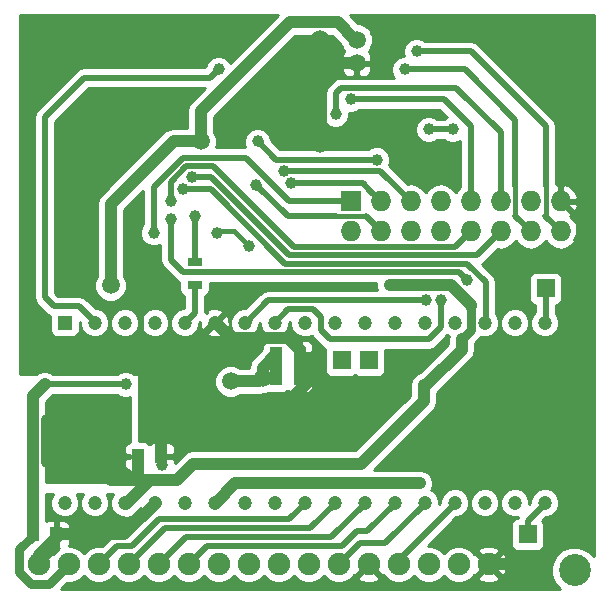
<source format=gbl>
G04 #@! TF.FileFunction,Copper,L2,Bot,Signal*
%FSLAX46Y46*%
G04 Gerber Fmt 4.6, Leading zero omitted, Abs format (unit mm)*
G04 Created by KiCad (PCBNEW 4.0.2+e4-6225~38~ubuntu14.04.1-stable) date Tue 24 May 2016 13:09:55 BST*
%MOMM*%
G01*
G04 APERTURE LIST*
%ADD10C,0.100000*%
%ADD11R,1.000000X1.250000*%
%ADD12R,1.524000X1.524000*%
%ADD13R,1.727200X1.727200*%
%ADD14O,1.727200X1.727200*%
%ADD15R,1.250000X1.000000*%
%ADD16R,1.300000X0.700000*%
%ADD17C,1.200000*%
%ADD18R,1.200000X1.200000*%
%ADD19C,1.900000*%
%ADD20C,2.700000*%
%ADD21C,1.000000*%
%ADD22C,1.024000*%
%ADD23C,1.500000*%
%ADD24C,1.024000*%
%ADD25C,0.762000*%
%ADD26C,0.508000*%
%ADD27C,0.381000*%
%ADD28C,0.254000*%
G04 APERTURE END LIST*
D10*
D11*
X104680000Y-139700000D03*
X106680000Y-139700000D03*
X104680000Y-141732000D03*
X106680000Y-141732000D03*
X92980000Y-148336000D03*
X94980000Y-148336000D03*
D12*
X127508000Y-134112000D03*
X125984000Y-154940000D03*
X112522000Y-140208000D03*
X110236000Y-140208000D03*
D13*
X110998000Y-126746000D03*
D14*
X110998000Y-129286000D03*
X113538000Y-126746000D03*
X113538000Y-129286000D03*
X116078000Y-126746000D03*
X116078000Y-129286000D03*
X118618000Y-126746000D03*
X118618000Y-129286000D03*
X121158000Y-126746000D03*
X121158000Y-129286000D03*
X123698000Y-126746000D03*
X123698000Y-129286000D03*
X126238000Y-126746000D03*
X126238000Y-129286000D03*
X128778000Y-126746000D03*
X128778000Y-129286000D03*
D15*
X111506000Y-113046000D03*
X111506000Y-115046000D03*
D11*
X84090000Y-154940000D03*
X86090000Y-154940000D03*
D16*
X97790000Y-133792000D03*
X97790000Y-131892000D03*
D17*
X86812000Y-152256000D03*
X89352000Y-152256000D03*
X91892000Y-152256000D03*
X94432000Y-152256000D03*
X96972000Y-152256000D03*
X99512000Y-152256000D03*
X102052000Y-152256000D03*
X104592000Y-152256000D03*
X107132000Y-152256000D03*
X109672000Y-152256000D03*
X112212000Y-152256000D03*
X114752000Y-152256000D03*
X117292000Y-152256000D03*
X119832000Y-152256000D03*
X122372000Y-152256000D03*
X124912000Y-152256000D03*
X127452000Y-152256000D03*
D18*
X86812000Y-137016000D03*
D17*
X89352000Y-137016000D03*
X91892000Y-137016000D03*
X94432000Y-137016000D03*
X96972000Y-137016000D03*
X99512000Y-137016000D03*
X102052000Y-137016000D03*
X104592000Y-137016000D03*
X107132000Y-137016000D03*
X109672000Y-137016000D03*
X112212000Y-137016000D03*
X114752000Y-137016000D03*
X117292000Y-137016000D03*
X119832000Y-137016000D03*
X122372000Y-137016000D03*
X124912000Y-137016000D03*
X127452000Y-137016000D03*
D19*
X122682000Y-157480000D03*
X120142000Y-157480000D03*
X117602000Y-157480000D03*
X115062000Y-157480000D03*
X112522000Y-157480000D03*
X109982000Y-157480000D03*
X107442000Y-157480000D03*
X104902000Y-157480000D03*
X102362000Y-157480000D03*
X99822000Y-157480000D03*
X97282000Y-157480000D03*
X94742000Y-157480000D03*
X92202000Y-157480000D03*
X89662000Y-157480000D03*
X87122000Y-157480000D03*
X84582000Y-157480000D03*
D20*
X129982000Y-157980000D03*
D21*
X89154000Y-148844000D03*
X88392000Y-148082000D03*
X88392000Y-146304000D03*
X85298002Y-148844000D03*
X86106000Y-148082000D03*
X86360000Y-146304000D03*
X89408000Y-145288000D03*
X85298002Y-145288000D03*
X92980000Y-148336000D03*
D22*
X114300000Y-133858000D03*
D21*
X104648000Y-147320000D03*
X128016000Y-139954000D03*
X94996000Y-149098000D03*
X94742000Y-142814000D03*
D23*
X92554000Y-131953000D03*
X111506000Y-115046000D03*
D21*
X130302000Y-130048000D03*
D23*
X86614000Y-115062000D03*
X107744000Y-141655998D03*
D21*
X119634000Y-123952000D03*
X116586000Y-123952000D03*
D23*
X113506174Y-142755372D03*
X108392000Y-113030000D03*
X108392000Y-121920000D03*
D21*
X116840000Y-150622000D03*
D23*
X98298000Y-121633000D03*
X90678000Y-133858000D03*
X103570990Y-141655998D03*
X100838000Y-141986000D03*
X111506000Y-113046000D03*
D21*
X97790000Y-128016000D03*
X103013452Y-125365452D03*
X113228817Y-123221873D03*
X103124000Y-121666000D03*
X99822000Y-115570000D03*
X99728000Y-129413000D03*
X102362000Y-130556000D03*
X96774000Y-125730000D03*
X95758000Y-128270000D03*
X120864413Y-133389587D03*
X94328000Y-129413000D03*
X105918000Y-125222000D03*
X105330087Y-124175883D03*
X110998000Y-118110000D03*
X95758000Y-126746000D03*
X109728000Y-119380000D03*
X97536000Y-124714000D03*
X117602000Y-120650000D03*
X119634000Y-120650000D03*
X115570000Y-115570000D03*
X116586000Y-114046000D03*
X117348000Y-135128000D03*
X118618000Y-135128000D03*
X91948000Y-142240000D03*
X85090000Y-142240000D03*
D24*
X92964000Y-150368000D02*
X90678000Y-150368000D01*
X90678000Y-150368000D02*
X89154000Y-148844000D01*
X89408000Y-145288000D02*
X88392000Y-146304000D01*
X85298002Y-148844000D02*
X85344000Y-148844000D01*
X85298002Y-145288000D02*
X85298002Y-148844000D01*
X85344000Y-148844000D02*
X86106000Y-148082000D01*
X85298002Y-145288000D02*
X85344000Y-145288000D01*
X85344000Y-145288000D02*
X86360000Y-146304000D01*
X85298002Y-145288000D02*
X89408000Y-145288000D01*
X111874500Y-148958500D02*
X97675500Y-148958500D01*
X97675500Y-148958500D02*
X96266000Y-150368000D01*
X92980000Y-148336000D02*
X92964000Y-148352000D01*
X92964000Y-148352000D02*
X92964000Y-150368000D01*
X93980000Y-150368000D02*
X92964000Y-150368000D01*
X93980000Y-150368000D02*
X96266000Y-150368000D01*
X91948000Y-152400000D02*
X93980000Y-150368000D01*
X111874500Y-148958500D02*
X117178000Y-143655000D01*
X114300000Y-133858000D02*
X119539064Y-133858000D01*
X119539064Y-133858000D02*
X121158000Y-135476936D01*
D25*
X121158000Y-137668000D02*
X121158000Y-135636000D01*
D24*
X121158000Y-135476936D02*
X121158000Y-135636000D01*
X120396000Y-138430000D02*
X120396000Y-139293000D01*
D25*
X120396000Y-138430000D02*
X121158000Y-137668000D01*
D24*
X120396000Y-139293000D02*
X117383000Y-142306000D01*
X117383000Y-142306000D02*
X117178000Y-142306000D01*
X117178000Y-143655000D02*
X117178000Y-142306000D01*
X94488000Y-152274000D02*
X91822000Y-154940000D01*
X91822000Y-154940000D02*
X88138000Y-154940000D01*
X88138000Y-154940000D02*
X86090000Y-154940000D01*
X104648000Y-147320000D02*
X104648000Y-144751998D01*
X104648000Y-144751998D02*
X107744000Y-141655998D01*
X128016000Y-139954000D02*
X128016000Y-148590000D01*
X128016000Y-148590000D02*
X129286000Y-149860000D01*
X129286000Y-149860000D02*
X129286000Y-155194000D01*
X129286000Y-155194000D02*
X127000000Y-157480000D01*
X127000000Y-157480000D02*
X122682000Y-157480000D01*
X94980000Y-148336000D02*
X94980000Y-144764000D01*
D26*
X94980000Y-144764000D02*
X93218000Y-143002000D01*
X94980000Y-149082000D02*
X94980000Y-148336000D01*
X94996000Y-149098000D02*
X94980000Y-149082000D01*
X94676000Y-142748000D02*
X94742000Y-142814000D01*
X94676000Y-142748000D02*
X93218000Y-142748000D01*
X93218000Y-143002000D02*
X93218000Y-142748000D01*
D24*
X86090000Y-154940000D02*
X86090000Y-155210000D01*
X86090000Y-155210000D02*
X84582000Y-156718000D01*
X84582000Y-156718000D02*
X84582000Y-157480000D01*
D26*
X93218000Y-143002000D02*
X93218000Y-143002000D01*
X93218000Y-140716000D02*
X93218000Y-143002000D01*
X95760000Y-140716000D02*
X93218000Y-140716000D01*
X93218000Y-140716000D02*
X84836000Y-140716000D01*
X92554000Y-131953000D02*
X92554000Y-133013660D01*
X92554000Y-133013660D02*
X93218000Y-133677660D01*
X93218000Y-133677660D02*
X93218000Y-140716000D01*
D24*
X105732603Y-138346001D02*
X106680000Y-139293398D01*
X106680000Y-139293398D02*
X106680000Y-139700000D01*
X111506000Y-115046000D02*
X109857000Y-115046000D01*
D26*
X128778000Y-126746000D02*
X130302000Y-128270000D01*
X130302000Y-128270000D02*
X130302000Y-130048000D01*
X83566000Y-139446000D02*
X83566000Y-118110000D01*
X105918000Y-146050000D02*
X107950000Y-146050000D01*
X104648000Y-147320000D02*
X105918000Y-146050000D01*
X102870000Y-145542000D02*
X104648000Y-147320000D01*
X101600000Y-145542000D02*
X102870000Y-145542000D01*
X98298000Y-142494000D02*
X101346000Y-145542000D01*
X101346000Y-145542000D02*
X101600000Y-145542000D01*
X98298000Y-138178000D02*
X95760000Y-140716000D01*
X98298000Y-138178000D02*
X98298000Y-142494000D01*
X86614000Y-115062000D02*
X89916000Y-111760000D01*
X83566000Y-118110000D02*
X86614000Y-115062000D01*
X84836000Y-140716000D02*
X83566000Y-139446000D01*
D24*
X107744000Y-140764000D02*
X106680000Y-139700000D01*
X107744000Y-141655998D02*
X107744000Y-140764000D01*
X106680000Y-141732000D02*
X106680000Y-139700000D01*
X107744000Y-141655998D02*
X106756002Y-141655998D01*
X106756002Y-141655998D02*
X106680000Y-141732000D01*
X108458000Y-113647000D02*
X108458000Y-113096000D01*
X108458000Y-113096000D02*
X108392000Y-113030000D01*
X109857000Y-115046000D02*
X108458000Y-113647000D01*
X109857000Y-115046000D02*
X108458000Y-116445000D01*
X108458000Y-116445000D02*
X108458000Y-121854000D01*
X108843374Y-142755372D02*
X107744000Y-141655998D01*
X113506174Y-142755372D02*
X108843374Y-142755372D01*
D26*
X116586000Y-123952000D02*
X119634000Y-123952000D01*
X114808000Y-121920000D02*
X116586000Y-123698000D01*
X116586000Y-123698000D02*
X116586000Y-123952000D01*
X108392000Y-121920000D02*
X114808000Y-121920000D01*
D24*
X108458000Y-121854000D02*
X108392000Y-121920000D01*
D26*
X113562000Y-142748000D02*
X113513546Y-142748000D01*
X113513546Y-142748000D02*
X113506174Y-142755372D01*
D24*
X99568000Y-137034000D02*
X100880001Y-138346001D01*
X100880001Y-138346001D02*
X105732603Y-138346001D01*
D26*
X99568000Y-136908000D02*
X98298000Y-138178000D01*
D24*
X101220000Y-150622000D02*
X99568000Y-152274000D01*
X116840000Y-150622000D02*
X101220000Y-150622000D01*
X98298000Y-121633000D02*
X96045000Y-121633000D01*
X96045000Y-121633000D02*
X90678000Y-127000000D01*
X90678000Y-127000000D02*
X90678000Y-133858000D01*
X100838000Y-141986000D02*
X103240988Y-141986000D01*
X103240988Y-141986000D02*
X103570990Y-141655998D01*
X103570990Y-141655998D02*
X103570990Y-140809010D01*
X111506000Y-113046000D02*
X111381000Y-113046000D01*
X111381000Y-113046000D02*
X109902999Y-111567999D01*
X103570990Y-140809010D02*
X104680000Y-139700000D01*
X104680000Y-139700000D02*
X104680000Y-141732000D01*
X103570990Y-141655998D02*
X104603998Y-141655998D01*
X104603998Y-141655998D02*
X104680000Y-141732000D01*
X105856001Y-111567999D02*
X98298000Y-119126000D01*
X109902999Y-111567999D02*
X105856001Y-111567999D01*
X98298000Y-119126000D02*
X98298000Y-121461990D01*
D26*
X89662000Y-157480000D02*
X91186000Y-155956000D01*
X92456000Y-155956000D02*
X94742000Y-153670000D01*
X91186000Y-155956000D02*
X92456000Y-155956000D01*
X105792000Y-153670000D02*
X94742000Y-153670000D01*
X107188000Y-152274000D02*
X105792000Y-153670000D01*
X92202000Y-157480000D02*
X95250000Y-154432000D01*
X95250000Y-154432000D02*
X107570000Y-154432000D01*
X107570000Y-154432000D02*
X109728000Y-152274000D01*
X94742000Y-157480000D02*
X97028000Y-155194000D01*
X97028000Y-155194000D02*
X109348000Y-155194000D01*
X109348000Y-155194000D02*
X112268000Y-152274000D01*
X97282000Y-157480000D02*
X98806000Y-155956000D01*
X98806000Y-155956000D02*
X110236000Y-155956000D01*
X112396000Y-154686000D02*
X114808000Y-152274000D01*
X111506000Y-154686000D02*
X112396000Y-154686000D01*
X110236000Y-155956000D02*
X111506000Y-154686000D01*
X111760000Y-155702000D02*
X109982000Y-157480000D01*
X117348000Y-152274000D02*
X113920000Y-155702000D01*
X113920000Y-155702000D02*
X111760000Y-155702000D01*
X115062000Y-157480000D02*
X115062000Y-157100000D01*
X115062000Y-157100000D02*
X119888000Y-152274000D01*
X97790000Y-131892000D02*
X97790000Y-128016000D01*
X125984000Y-154940000D02*
X125984000Y-153798000D01*
X125984000Y-153798000D02*
X127508000Y-152274000D01*
X127508000Y-134112000D02*
X127508000Y-136908000D01*
X96972000Y-137016000D02*
X97790000Y-136198000D01*
X97790000Y-136198000D02*
X97790000Y-133792000D01*
X109728000Y-128016000D02*
X105664000Y-128016000D01*
X105664000Y-128016000D02*
X103013452Y-125365452D01*
D27*
X112268000Y-128016000D02*
X109728000Y-128016000D01*
D26*
X113538000Y-129286000D02*
X112268000Y-128016000D01*
X104679873Y-123221873D02*
X103124000Y-121666000D01*
X113228817Y-123221873D02*
X104679873Y-123221873D01*
X85090000Y-134874000D02*
X85090000Y-119634000D01*
X88010000Y-135636000D02*
X85852000Y-135636000D01*
X85852000Y-135636000D02*
X85090000Y-134874000D01*
X89408000Y-137034000D02*
X88010000Y-135636000D01*
X88457999Y-116266001D02*
X99125999Y-116266001D01*
X88457999Y-116266001D02*
X85090000Y-119634000D01*
X99125999Y-116266001D02*
X99822000Y-115570000D01*
D27*
X101092000Y-129286000D02*
X99855000Y-129286000D01*
X99855000Y-129286000D02*
X99728000Y-129413000D01*
X102362000Y-130556000D02*
X101092000Y-129286000D01*
D26*
X122428000Y-133604000D02*
X122428000Y-137034000D01*
X120850010Y-132026010D02*
X122428000Y-133604000D01*
X105482811Y-132026010D02*
X99186801Y-125730000D01*
X99186801Y-125730000D02*
X96774000Y-125730000D01*
X105482811Y-132026010D02*
X120850010Y-132026010D01*
X95758000Y-128977106D02*
X95758000Y-128270000D01*
X96814818Y-132734020D02*
X95758000Y-131677202D01*
X95758000Y-131677202D02*
X95758000Y-128977106D01*
X120208846Y-132734020D02*
X96814818Y-132734020D01*
X120208846Y-132734020D02*
X120864413Y-133389587D01*
X120904000Y-133350000D02*
X120864413Y-133389587D01*
X94328000Y-129413000D02*
X94328000Y-125508802D01*
X94328000Y-125508802D02*
X96784812Y-123051989D01*
X96784812Y-123051989D02*
X102111911Y-123051989D01*
X102111911Y-123051989D02*
X105805922Y-126746000D01*
X110998000Y-126746000D02*
X105805922Y-126746000D01*
X112674401Y-125877999D02*
X112018402Y-125222000D01*
X112018402Y-125222000D02*
X105918000Y-125222000D01*
X113538000Y-126746000D02*
X112674401Y-125882401D01*
X112674401Y-125882401D02*
X112674401Y-125877999D01*
X105330087Y-124175883D02*
X113507883Y-124175883D01*
X113507883Y-124175883D02*
X116078000Y-126746000D01*
X121158000Y-126746000D02*
X121158000Y-120396000D01*
X110998000Y-118110000D02*
X118872000Y-118110000D01*
X118872000Y-118110000D02*
X121158000Y-120396000D01*
X99375999Y-123759999D02*
X106219601Y-130603601D01*
X121158000Y-129286000D02*
X119840399Y-130603601D01*
X119840399Y-130603601D02*
X106219601Y-130603601D01*
X95758000Y-125080078D02*
X97078079Y-123759999D01*
X97078079Y-123759999D02*
X99375999Y-123759999D01*
X95758000Y-126746000D02*
X95758000Y-125080078D01*
X110174001Y-117155999D02*
X119949999Y-117155999D01*
X119949999Y-117155999D02*
X123698000Y-120904000D01*
X123698000Y-120904000D02*
X123698000Y-126746000D01*
X109728000Y-117602000D02*
X110174001Y-117155999D01*
X109728000Y-119380000D02*
X109728000Y-117602000D01*
X98243106Y-124714000D02*
X97536000Y-124714000D01*
X99172077Y-124714000D02*
X98243106Y-124714000D01*
X105776077Y-131318000D02*
X99172077Y-124714000D01*
X121666000Y-131318000D02*
X105776077Y-131318000D01*
X123698000Y-129286000D02*
X121666000Y-131318000D01*
X119634000Y-120650000D02*
X117602000Y-120650000D01*
X115570000Y-115570000D02*
X120650000Y-115570000D01*
D27*
X124952101Y-125460101D02*
X124952101Y-128000101D01*
D26*
X124952101Y-119872101D02*
X124952101Y-125460101D01*
X124952101Y-119872101D02*
X120650000Y-115570000D01*
X126238000Y-129286000D02*
X124952101Y-128000101D01*
X116586000Y-114046000D02*
X121158000Y-114046000D01*
X127508000Y-120396000D02*
X121158000Y-114046000D01*
X127508000Y-125476000D02*
X127508000Y-120396000D01*
D27*
X127508000Y-127934050D02*
X127508000Y-125476000D01*
X127467025Y-127975025D02*
X127508000Y-127934050D01*
D26*
X128778000Y-129286000D02*
X127467025Y-127975025D01*
X102108000Y-137034000D02*
X104014000Y-135128000D01*
X104014000Y-135128000D02*
X117348000Y-135128000D01*
X104592000Y-137016000D02*
X105718000Y-135890000D01*
X107860001Y-135890000D02*
X108458000Y-136487999D01*
X105718000Y-135890000D02*
X107860001Y-135890000D01*
X118618000Y-137414000D02*
X118618000Y-135530173D01*
X117602000Y-138430000D02*
X118618000Y-137414000D01*
X109220000Y-138430000D02*
X117602000Y-138430000D01*
X108458000Y-137668000D02*
X109220000Y-138430000D01*
X108458000Y-136487999D02*
X108458000Y-137668000D01*
X91440000Y-142240000D02*
X85090000Y-142240000D01*
X91948000Y-142240000D02*
X91440000Y-142240000D01*
D24*
X84074000Y-155067000D02*
X84074000Y-143256000D01*
D25*
X85471000Y-159131000D02*
X83947000Y-159131000D01*
X83947000Y-159131000D02*
X82931000Y-158115000D01*
X82931000Y-158115000D02*
X82931000Y-156210000D01*
X82931000Y-156210000D02*
X84074000Y-155067000D01*
X87122000Y-157480000D02*
X85471000Y-159131000D01*
D24*
X84074000Y-143256000D02*
X85090000Y-142240000D01*
D28*
G36*
X131586000Y-156777136D02*
X131107880Y-156298181D01*
X130378573Y-155995346D01*
X129588891Y-155994657D01*
X128859057Y-156296218D01*
X128300181Y-156854120D01*
X127997346Y-157583427D01*
X127996657Y-158373109D01*
X128298218Y-159102943D01*
X128758471Y-159564000D01*
X86474840Y-159564000D01*
X86973969Y-159064871D01*
X87435893Y-159065275D01*
X88018657Y-158824481D01*
X88392261Y-158451529D01*
X88762997Y-158822914D01*
X89345341Y-159064724D01*
X89975893Y-159065275D01*
X90558657Y-158824481D01*
X90932261Y-158451529D01*
X91302997Y-158822914D01*
X91885341Y-159064724D01*
X92515893Y-159065275D01*
X93098657Y-158824481D01*
X93472261Y-158451529D01*
X93842997Y-158822914D01*
X94425341Y-159064724D01*
X95055893Y-159065275D01*
X95638657Y-158824481D01*
X96012261Y-158451529D01*
X96382997Y-158822914D01*
X96965341Y-159064724D01*
X97595893Y-159065275D01*
X98178657Y-158824481D01*
X98552261Y-158451529D01*
X98922997Y-158822914D01*
X99505341Y-159064724D01*
X100135893Y-159065275D01*
X100718657Y-158824481D01*
X101092261Y-158451529D01*
X101462997Y-158822914D01*
X102045341Y-159064724D01*
X102675893Y-159065275D01*
X103258657Y-158824481D01*
X103632261Y-158451529D01*
X104002997Y-158822914D01*
X104585341Y-159064724D01*
X105215893Y-159065275D01*
X105798657Y-158824481D01*
X106172261Y-158451529D01*
X106542997Y-158822914D01*
X107125341Y-159064724D01*
X107755893Y-159065275D01*
X108338657Y-158824481D01*
X108712261Y-158451529D01*
X109082997Y-158822914D01*
X109665341Y-159064724D01*
X110295893Y-159065275D01*
X110878657Y-158824481D01*
X111107186Y-158596350D01*
X111585255Y-158596350D01*
X111677792Y-158858019D01*
X112269398Y-159076188D01*
X112899461Y-159051352D01*
X113366208Y-158858019D01*
X113458745Y-158596350D01*
X112522000Y-157659605D01*
X111585255Y-158596350D01*
X111107186Y-158596350D01*
X111318116Y-158385789D01*
X111405650Y-158416745D01*
X112342395Y-157480000D01*
X112328253Y-157465858D01*
X112507858Y-157286253D01*
X112522000Y-157300395D01*
X112536143Y-157286253D01*
X112715748Y-157465858D01*
X112701605Y-157480000D01*
X113638350Y-158416745D01*
X113726439Y-158385593D01*
X114162997Y-158822914D01*
X114745341Y-159064724D01*
X115375893Y-159065275D01*
X115958657Y-158824481D01*
X116332261Y-158451529D01*
X116702997Y-158822914D01*
X117285341Y-159064724D01*
X117915893Y-159065275D01*
X118498657Y-158824481D01*
X118872261Y-158451529D01*
X119242997Y-158822914D01*
X119825341Y-159064724D01*
X120455893Y-159065275D01*
X121038657Y-158824481D01*
X121267186Y-158596350D01*
X121745255Y-158596350D01*
X121837792Y-158858019D01*
X122429398Y-159076188D01*
X123059461Y-159051352D01*
X123526208Y-158858019D01*
X123618745Y-158596350D01*
X122682000Y-157659605D01*
X121745255Y-158596350D01*
X121267186Y-158596350D01*
X121478116Y-158385789D01*
X121565650Y-158416745D01*
X122502395Y-157480000D01*
X122861605Y-157480000D01*
X123798350Y-158416745D01*
X124060019Y-158324208D01*
X124278188Y-157732602D01*
X124253352Y-157102539D01*
X124060019Y-156635792D01*
X123798350Y-156543255D01*
X122861605Y-157480000D01*
X122502395Y-157480000D01*
X121565650Y-156543255D01*
X121477561Y-156574407D01*
X121267172Y-156363650D01*
X121745255Y-156363650D01*
X122682000Y-157300395D01*
X123618745Y-156363650D01*
X123526208Y-156101981D01*
X122934602Y-155883812D01*
X122304539Y-155908648D01*
X121837792Y-156101981D01*
X121745255Y-156363650D01*
X121267172Y-156363650D01*
X121041003Y-156137086D01*
X120458659Y-155895276D01*
X119828107Y-155894725D01*
X119245343Y-156135519D01*
X118871739Y-156508471D01*
X118501003Y-156137086D01*
X117918659Y-155895276D01*
X117524305Y-155894931D01*
X119928152Y-153491084D01*
X120076579Y-153491214D01*
X120530657Y-153303592D01*
X120878371Y-152956485D01*
X121066785Y-152502734D01*
X121066786Y-152500579D01*
X121136786Y-152500579D01*
X121324408Y-152954657D01*
X121671515Y-153302371D01*
X122125266Y-153490785D01*
X122616579Y-153491214D01*
X123070657Y-153303592D01*
X123418371Y-152956485D01*
X123606785Y-152502734D01*
X123606786Y-152500579D01*
X123676786Y-152500579D01*
X123864408Y-152954657D01*
X124211515Y-153302371D01*
X124665266Y-153490785D01*
X125156023Y-153491214D01*
X125145327Y-153544987D01*
X124986683Y-153574838D01*
X124770559Y-153713910D01*
X124625569Y-153926110D01*
X124574560Y-154178000D01*
X124574560Y-155702000D01*
X124618838Y-155937317D01*
X124757910Y-156153441D01*
X124970110Y-156298431D01*
X125222000Y-156349440D01*
X126746000Y-156349440D01*
X126981317Y-156305162D01*
X127197441Y-156166090D01*
X127342431Y-155953890D01*
X127393440Y-155702000D01*
X127393440Y-154178000D01*
X127349162Y-153942683D01*
X127250256Y-153788980D01*
X127548152Y-153491084D01*
X127696579Y-153491214D01*
X128150657Y-153303592D01*
X128498371Y-152956485D01*
X128686785Y-152502734D01*
X128687214Y-152011421D01*
X128499592Y-151557343D01*
X128152485Y-151209629D01*
X127698734Y-151021215D01*
X127207421Y-151020786D01*
X126753343Y-151208408D01*
X126405629Y-151555515D01*
X126217215Y-152009266D01*
X126216954Y-152307810D01*
X126146894Y-152377870D01*
X126147214Y-152011421D01*
X125959592Y-151557343D01*
X125612485Y-151209629D01*
X125158734Y-151021215D01*
X124667421Y-151020786D01*
X124213343Y-151208408D01*
X123865629Y-151555515D01*
X123677215Y-152009266D01*
X123676786Y-152500579D01*
X123606786Y-152500579D01*
X123607214Y-152011421D01*
X123419592Y-151557343D01*
X123072485Y-151209629D01*
X122618734Y-151021215D01*
X122127421Y-151020786D01*
X121673343Y-151208408D01*
X121325629Y-151555515D01*
X121137215Y-152009266D01*
X121136786Y-152500579D01*
X121066786Y-152500579D01*
X121067214Y-152011421D01*
X120879592Y-151557343D01*
X120532485Y-151209629D01*
X120078734Y-151021215D01*
X119587421Y-151020786D01*
X119133343Y-151208408D01*
X118785629Y-151555515D01*
X118597215Y-152009266D01*
X118596954Y-152307810D01*
X118526894Y-152377870D01*
X118527214Y-152011421D01*
X118339592Y-151557343D01*
X117992485Y-151209629D01*
X117849593Y-151150295D01*
X117865367Y-151112305D01*
X117899690Y-151060938D01*
X117911637Y-151000876D01*
X117974803Y-150848756D01*
X117974948Y-150682590D01*
X117987000Y-150622000D01*
X117975053Y-150561940D01*
X117975197Y-150397225D01*
X117911742Y-150243654D01*
X117899690Y-150183062D01*
X117865667Y-150132143D01*
X117802767Y-149979914D01*
X117685372Y-149862314D01*
X117651051Y-149810949D01*
X117600134Y-149776927D01*
X117483765Y-149660355D01*
X117330305Y-149596633D01*
X117278938Y-149562310D01*
X117218876Y-149550363D01*
X117066756Y-149487197D01*
X116900590Y-149487052D01*
X116840000Y-149475000D01*
X112980102Y-149475000D01*
X117989052Y-144466051D01*
X118237690Y-144093938D01*
X118325000Y-143655000D01*
X118325000Y-142986102D01*
X121207051Y-140104052D01*
X121455690Y-139731938D01*
X121462043Y-139700000D01*
X121543000Y-139293000D01*
X121543000Y-138719841D01*
X121876421Y-138386420D01*
X122001413Y-138199357D01*
X122125266Y-138250785D01*
X122616579Y-138251214D01*
X123070657Y-138063592D01*
X123418371Y-137716485D01*
X123606785Y-137262734D01*
X123606786Y-137260579D01*
X123676786Y-137260579D01*
X123864408Y-137714657D01*
X124211515Y-138062371D01*
X124665266Y-138250785D01*
X125156579Y-138251214D01*
X125610657Y-138063592D01*
X125958371Y-137716485D01*
X126146785Y-137262734D01*
X126147214Y-136771421D01*
X125959592Y-136317343D01*
X125612485Y-135969629D01*
X125158734Y-135781215D01*
X124667421Y-135780786D01*
X124213343Y-135968408D01*
X123865629Y-136315515D01*
X123677215Y-136769266D01*
X123676786Y-137260579D01*
X123606786Y-137260579D01*
X123607214Y-136771421D01*
X123419592Y-136317343D01*
X123317000Y-136214572D01*
X123317000Y-133604000D01*
X123266477Y-133350000D01*
X126098560Y-133350000D01*
X126098560Y-134874000D01*
X126142838Y-135109317D01*
X126281910Y-135325441D01*
X126494110Y-135470431D01*
X126619000Y-135495722D01*
X126619000Y-136102516D01*
X126405629Y-136315515D01*
X126217215Y-136769266D01*
X126216786Y-137260579D01*
X126404408Y-137714657D01*
X126751515Y-138062371D01*
X127205266Y-138250785D01*
X127696579Y-138251214D01*
X128150657Y-138063592D01*
X128498371Y-137716485D01*
X128686785Y-137262734D01*
X128687214Y-136771421D01*
X128499592Y-136317343D01*
X128397000Y-136214572D01*
X128397000Y-135497543D01*
X128505317Y-135477162D01*
X128721441Y-135338090D01*
X128866431Y-135125890D01*
X128917440Y-134874000D01*
X128917440Y-133350000D01*
X128873162Y-133114683D01*
X128734090Y-132898559D01*
X128521890Y-132753569D01*
X128270000Y-132702560D01*
X126746000Y-132702560D01*
X126510683Y-132746838D01*
X126294559Y-132885910D01*
X126149569Y-133098110D01*
X126098560Y-133350000D01*
X123266477Y-133350000D01*
X123249329Y-133263794D01*
X123056618Y-132975382D01*
X122134705Y-132053469D01*
X122294618Y-131946618D01*
X123472193Y-130769043D01*
X123698000Y-130813959D01*
X124271489Y-130699885D01*
X124757670Y-130375029D01*
X124968000Y-130060248D01*
X125178330Y-130375029D01*
X125664511Y-130699885D01*
X126238000Y-130813959D01*
X126811489Y-130699885D01*
X127297670Y-130375029D01*
X127508000Y-130060248D01*
X127718330Y-130375029D01*
X128204511Y-130699885D01*
X128778000Y-130813959D01*
X129351489Y-130699885D01*
X129837670Y-130375029D01*
X130162526Y-129888848D01*
X130276600Y-129315359D01*
X130276600Y-129256641D01*
X130162526Y-128683152D01*
X129837670Y-128196971D01*
X129566839Y-128016008D01*
X129984821Y-127634490D01*
X130232968Y-127105027D01*
X130112469Y-126873000D01*
X128905000Y-126873000D01*
X128905000Y-126893000D01*
X128651000Y-126893000D01*
X128651000Y-126873000D01*
X128631000Y-126873000D01*
X128631000Y-126619000D01*
X128651000Y-126619000D01*
X128651000Y-125412183D01*
X128905000Y-125412183D01*
X128905000Y-126619000D01*
X130112469Y-126619000D01*
X130232968Y-126386973D01*
X129984821Y-125857510D01*
X129552947Y-125463312D01*
X129137026Y-125291042D01*
X128905000Y-125412183D01*
X128651000Y-125412183D01*
X128418974Y-125291042D01*
X128397000Y-125300143D01*
X128397000Y-120396000D01*
X128329329Y-120055794D01*
X128136618Y-119767382D01*
X121786618Y-113417382D01*
X121763949Y-113402235D01*
X121498206Y-113224671D01*
X121158000Y-113157000D01*
X117302283Y-113157000D01*
X117229765Y-113084355D01*
X116812756Y-112911197D01*
X116361225Y-112910803D01*
X115943914Y-113083233D01*
X115624355Y-113402235D01*
X115451197Y-113819244D01*
X115450803Y-114270775D01*
X115518641Y-114434954D01*
X115345225Y-114434803D01*
X114927914Y-114607233D01*
X114608355Y-114926235D01*
X114435197Y-115343244D01*
X114434803Y-115794775D01*
X114607233Y-116212086D01*
X114662050Y-116266999D01*
X110174001Y-116266999D01*
X109833796Y-116334669D01*
X109545383Y-116527381D01*
X109099382Y-116973382D01*
X108906671Y-117261794D01*
X108839000Y-117602000D01*
X108839000Y-118663717D01*
X108766355Y-118736235D01*
X108593197Y-119153244D01*
X108592803Y-119604775D01*
X108765233Y-120022086D01*
X109084235Y-120341645D01*
X109501244Y-120514803D01*
X109952775Y-120515197D01*
X110370086Y-120342767D01*
X110689645Y-120023765D01*
X110862803Y-119606756D01*
X110863119Y-119244883D01*
X111222775Y-119245197D01*
X111640086Y-119072767D01*
X111713982Y-118999000D01*
X118503764Y-118999000D01*
X119133496Y-119628732D01*
X118991914Y-119687233D01*
X118918018Y-119761000D01*
X118318283Y-119761000D01*
X118245765Y-119688355D01*
X117828756Y-119515197D01*
X117377225Y-119514803D01*
X116959914Y-119687233D01*
X116640355Y-120006235D01*
X116467197Y-120423244D01*
X116466803Y-120874775D01*
X116639233Y-121292086D01*
X116958235Y-121611645D01*
X117375244Y-121784803D01*
X117826775Y-121785197D01*
X118244086Y-121612767D01*
X118317982Y-121539000D01*
X118917717Y-121539000D01*
X118990235Y-121611645D01*
X119407244Y-121784803D01*
X119858775Y-121785197D01*
X120269000Y-121615695D01*
X120269000Y-125542933D01*
X120098330Y-125656971D01*
X119888000Y-125971752D01*
X119677670Y-125656971D01*
X119191489Y-125332115D01*
X118618000Y-125218041D01*
X118044511Y-125332115D01*
X117558330Y-125656971D01*
X117348000Y-125971752D01*
X117137670Y-125656971D01*
X116651489Y-125332115D01*
X116078000Y-125218041D01*
X115852193Y-125262957D01*
X114268042Y-123678806D01*
X114363620Y-123448629D01*
X114364014Y-122997098D01*
X114191584Y-122579787D01*
X113872582Y-122260228D01*
X113455573Y-122087070D01*
X113004042Y-122086676D01*
X112586731Y-122259106D01*
X112512835Y-122332873D01*
X105048109Y-122332873D01*
X104259107Y-121543871D01*
X104259197Y-121441225D01*
X104086767Y-121023914D01*
X103767765Y-120704355D01*
X103350756Y-120531197D01*
X102899225Y-120530803D01*
X102481914Y-120703233D01*
X102162355Y-121022235D01*
X101989197Y-121439244D01*
X101988803Y-121890775D01*
X102101280Y-122162989D01*
X99577585Y-122162989D01*
X99682759Y-121909702D01*
X99683240Y-121358715D01*
X99472831Y-120849485D01*
X99445000Y-120821605D01*
X99445000Y-119601102D01*
X103714352Y-115331750D01*
X110246000Y-115331750D01*
X110246000Y-115672309D01*
X110342673Y-115905698D01*
X110521301Y-116084327D01*
X110754690Y-116181000D01*
X111220250Y-116181000D01*
X111379000Y-116022250D01*
X111379000Y-115173000D01*
X111633000Y-115173000D01*
X111633000Y-116022250D01*
X111791750Y-116181000D01*
X112257310Y-116181000D01*
X112490699Y-116084327D01*
X112669327Y-115905698D01*
X112766000Y-115672309D01*
X112766000Y-115331750D01*
X112607250Y-115173000D01*
X111633000Y-115173000D01*
X111379000Y-115173000D01*
X110404750Y-115173000D01*
X110246000Y-115331750D01*
X103714352Y-115331750D01*
X106331104Y-112714999D01*
X109427897Y-112714999D01*
X110182426Y-113469529D01*
X110249896Y-113632819D01*
X110277838Y-113781317D01*
X110416910Y-113997441D01*
X110485006Y-114043969D01*
X110342673Y-114186302D01*
X110246000Y-114419691D01*
X110246000Y-114760250D01*
X110404750Y-114919000D01*
X111379000Y-114919000D01*
X111379000Y-114899000D01*
X111633000Y-114899000D01*
X111633000Y-114919000D01*
X112607250Y-114919000D01*
X112766000Y-114760250D01*
X112766000Y-114419691D01*
X112669327Y-114186302D01*
X112528090Y-114045064D01*
X112582441Y-114010090D01*
X112727431Y-113797890D01*
X112759785Y-113638124D01*
X112890759Y-113322702D01*
X112891240Y-112771715D01*
X112762104Y-112459181D01*
X112734162Y-112310683D01*
X112595090Y-112094559D01*
X112382890Y-111949569D01*
X112364804Y-111945906D01*
X112291564Y-111872539D01*
X111782702Y-111661241D01*
X111618200Y-111661097D01*
X110941102Y-110984000D01*
X131586000Y-110984000D01*
X131586000Y-156777136D01*
X131586000Y-156777136D01*
G37*
X131586000Y-156777136D02*
X131107880Y-156298181D01*
X130378573Y-155995346D01*
X129588891Y-155994657D01*
X128859057Y-156296218D01*
X128300181Y-156854120D01*
X127997346Y-157583427D01*
X127996657Y-158373109D01*
X128298218Y-159102943D01*
X128758471Y-159564000D01*
X86474840Y-159564000D01*
X86973969Y-159064871D01*
X87435893Y-159065275D01*
X88018657Y-158824481D01*
X88392261Y-158451529D01*
X88762997Y-158822914D01*
X89345341Y-159064724D01*
X89975893Y-159065275D01*
X90558657Y-158824481D01*
X90932261Y-158451529D01*
X91302997Y-158822914D01*
X91885341Y-159064724D01*
X92515893Y-159065275D01*
X93098657Y-158824481D01*
X93472261Y-158451529D01*
X93842997Y-158822914D01*
X94425341Y-159064724D01*
X95055893Y-159065275D01*
X95638657Y-158824481D01*
X96012261Y-158451529D01*
X96382997Y-158822914D01*
X96965341Y-159064724D01*
X97595893Y-159065275D01*
X98178657Y-158824481D01*
X98552261Y-158451529D01*
X98922997Y-158822914D01*
X99505341Y-159064724D01*
X100135893Y-159065275D01*
X100718657Y-158824481D01*
X101092261Y-158451529D01*
X101462997Y-158822914D01*
X102045341Y-159064724D01*
X102675893Y-159065275D01*
X103258657Y-158824481D01*
X103632261Y-158451529D01*
X104002997Y-158822914D01*
X104585341Y-159064724D01*
X105215893Y-159065275D01*
X105798657Y-158824481D01*
X106172261Y-158451529D01*
X106542997Y-158822914D01*
X107125341Y-159064724D01*
X107755893Y-159065275D01*
X108338657Y-158824481D01*
X108712261Y-158451529D01*
X109082997Y-158822914D01*
X109665341Y-159064724D01*
X110295893Y-159065275D01*
X110878657Y-158824481D01*
X111107186Y-158596350D01*
X111585255Y-158596350D01*
X111677792Y-158858019D01*
X112269398Y-159076188D01*
X112899461Y-159051352D01*
X113366208Y-158858019D01*
X113458745Y-158596350D01*
X112522000Y-157659605D01*
X111585255Y-158596350D01*
X111107186Y-158596350D01*
X111318116Y-158385789D01*
X111405650Y-158416745D01*
X112342395Y-157480000D01*
X112328253Y-157465858D01*
X112507858Y-157286253D01*
X112522000Y-157300395D01*
X112536143Y-157286253D01*
X112715748Y-157465858D01*
X112701605Y-157480000D01*
X113638350Y-158416745D01*
X113726439Y-158385593D01*
X114162997Y-158822914D01*
X114745341Y-159064724D01*
X115375893Y-159065275D01*
X115958657Y-158824481D01*
X116332261Y-158451529D01*
X116702997Y-158822914D01*
X117285341Y-159064724D01*
X117915893Y-159065275D01*
X118498657Y-158824481D01*
X118872261Y-158451529D01*
X119242997Y-158822914D01*
X119825341Y-159064724D01*
X120455893Y-159065275D01*
X121038657Y-158824481D01*
X121267186Y-158596350D01*
X121745255Y-158596350D01*
X121837792Y-158858019D01*
X122429398Y-159076188D01*
X123059461Y-159051352D01*
X123526208Y-158858019D01*
X123618745Y-158596350D01*
X122682000Y-157659605D01*
X121745255Y-158596350D01*
X121267186Y-158596350D01*
X121478116Y-158385789D01*
X121565650Y-158416745D01*
X122502395Y-157480000D01*
X122861605Y-157480000D01*
X123798350Y-158416745D01*
X124060019Y-158324208D01*
X124278188Y-157732602D01*
X124253352Y-157102539D01*
X124060019Y-156635792D01*
X123798350Y-156543255D01*
X122861605Y-157480000D01*
X122502395Y-157480000D01*
X121565650Y-156543255D01*
X121477561Y-156574407D01*
X121267172Y-156363650D01*
X121745255Y-156363650D01*
X122682000Y-157300395D01*
X123618745Y-156363650D01*
X123526208Y-156101981D01*
X122934602Y-155883812D01*
X122304539Y-155908648D01*
X121837792Y-156101981D01*
X121745255Y-156363650D01*
X121267172Y-156363650D01*
X121041003Y-156137086D01*
X120458659Y-155895276D01*
X119828107Y-155894725D01*
X119245343Y-156135519D01*
X118871739Y-156508471D01*
X118501003Y-156137086D01*
X117918659Y-155895276D01*
X117524305Y-155894931D01*
X119928152Y-153491084D01*
X120076579Y-153491214D01*
X120530657Y-153303592D01*
X120878371Y-152956485D01*
X121066785Y-152502734D01*
X121066786Y-152500579D01*
X121136786Y-152500579D01*
X121324408Y-152954657D01*
X121671515Y-153302371D01*
X122125266Y-153490785D01*
X122616579Y-153491214D01*
X123070657Y-153303592D01*
X123418371Y-152956485D01*
X123606785Y-152502734D01*
X123606786Y-152500579D01*
X123676786Y-152500579D01*
X123864408Y-152954657D01*
X124211515Y-153302371D01*
X124665266Y-153490785D01*
X125156023Y-153491214D01*
X125145327Y-153544987D01*
X124986683Y-153574838D01*
X124770559Y-153713910D01*
X124625569Y-153926110D01*
X124574560Y-154178000D01*
X124574560Y-155702000D01*
X124618838Y-155937317D01*
X124757910Y-156153441D01*
X124970110Y-156298431D01*
X125222000Y-156349440D01*
X126746000Y-156349440D01*
X126981317Y-156305162D01*
X127197441Y-156166090D01*
X127342431Y-155953890D01*
X127393440Y-155702000D01*
X127393440Y-154178000D01*
X127349162Y-153942683D01*
X127250256Y-153788980D01*
X127548152Y-153491084D01*
X127696579Y-153491214D01*
X128150657Y-153303592D01*
X128498371Y-152956485D01*
X128686785Y-152502734D01*
X128687214Y-152011421D01*
X128499592Y-151557343D01*
X128152485Y-151209629D01*
X127698734Y-151021215D01*
X127207421Y-151020786D01*
X126753343Y-151208408D01*
X126405629Y-151555515D01*
X126217215Y-152009266D01*
X126216954Y-152307810D01*
X126146894Y-152377870D01*
X126147214Y-152011421D01*
X125959592Y-151557343D01*
X125612485Y-151209629D01*
X125158734Y-151021215D01*
X124667421Y-151020786D01*
X124213343Y-151208408D01*
X123865629Y-151555515D01*
X123677215Y-152009266D01*
X123676786Y-152500579D01*
X123606786Y-152500579D01*
X123607214Y-152011421D01*
X123419592Y-151557343D01*
X123072485Y-151209629D01*
X122618734Y-151021215D01*
X122127421Y-151020786D01*
X121673343Y-151208408D01*
X121325629Y-151555515D01*
X121137215Y-152009266D01*
X121136786Y-152500579D01*
X121066786Y-152500579D01*
X121067214Y-152011421D01*
X120879592Y-151557343D01*
X120532485Y-151209629D01*
X120078734Y-151021215D01*
X119587421Y-151020786D01*
X119133343Y-151208408D01*
X118785629Y-151555515D01*
X118597215Y-152009266D01*
X118596954Y-152307810D01*
X118526894Y-152377870D01*
X118527214Y-152011421D01*
X118339592Y-151557343D01*
X117992485Y-151209629D01*
X117849593Y-151150295D01*
X117865367Y-151112305D01*
X117899690Y-151060938D01*
X117911637Y-151000876D01*
X117974803Y-150848756D01*
X117974948Y-150682590D01*
X117987000Y-150622000D01*
X117975053Y-150561940D01*
X117975197Y-150397225D01*
X117911742Y-150243654D01*
X117899690Y-150183062D01*
X117865667Y-150132143D01*
X117802767Y-149979914D01*
X117685372Y-149862314D01*
X117651051Y-149810949D01*
X117600134Y-149776927D01*
X117483765Y-149660355D01*
X117330305Y-149596633D01*
X117278938Y-149562310D01*
X117218876Y-149550363D01*
X117066756Y-149487197D01*
X116900590Y-149487052D01*
X116840000Y-149475000D01*
X112980102Y-149475000D01*
X117989052Y-144466051D01*
X118237690Y-144093938D01*
X118325000Y-143655000D01*
X118325000Y-142986102D01*
X121207051Y-140104052D01*
X121455690Y-139731938D01*
X121462043Y-139700000D01*
X121543000Y-139293000D01*
X121543000Y-138719841D01*
X121876421Y-138386420D01*
X122001413Y-138199357D01*
X122125266Y-138250785D01*
X122616579Y-138251214D01*
X123070657Y-138063592D01*
X123418371Y-137716485D01*
X123606785Y-137262734D01*
X123606786Y-137260579D01*
X123676786Y-137260579D01*
X123864408Y-137714657D01*
X124211515Y-138062371D01*
X124665266Y-138250785D01*
X125156579Y-138251214D01*
X125610657Y-138063592D01*
X125958371Y-137716485D01*
X126146785Y-137262734D01*
X126147214Y-136771421D01*
X125959592Y-136317343D01*
X125612485Y-135969629D01*
X125158734Y-135781215D01*
X124667421Y-135780786D01*
X124213343Y-135968408D01*
X123865629Y-136315515D01*
X123677215Y-136769266D01*
X123676786Y-137260579D01*
X123606786Y-137260579D01*
X123607214Y-136771421D01*
X123419592Y-136317343D01*
X123317000Y-136214572D01*
X123317000Y-133604000D01*
X123266477Y-133350000D01*
X126098560Y-133350000D01*
X126098560Y-134874000D01*
X126142838Y-135109317D01*
X126281910Y-135325441D01*
X126494110Y-135470431D01*
X126619000Y-135495722D01*
X126619000Y-136102516D01*
X126405629Y-136315515D01*
X126217215Y-136769266D01*
X126216786Y-137260579D01*
X126404408Y-137714657D01*
X126751515Y-138062371D01*
X127205266Y-138250785D01*
X127696579Y-138251214D01*
X128150657Y-138063592D01*
X128498371Y-137716485D01*
X128686785Y-137262734D01*
X128687214Y-136771421D01*
X128499592Y-136317343D01*
X128397000Y-136214572D01*
X128397000Y-135497543D01*
X128505317Y-135477162D01*
X128721441Y-135338090D01*
X128866431Y-135125890D01*
X128917440Y-134874000D01*
X128917440Y-133350000D01*
X128873162Y-133114683D01*
X128734090Y-132898559D01*
X128521890Y-132753569D01*
X128270000Y-132702560D01*
X126746000Y-132702560D01*
X126510683Y-132746838D01*
X126294559Y-132885910D01*
X126149569Y-133098110D01*
X126098560Y-133350000D01*
X123266477Y-133350000D01*
X123249329Y-133263794D01*
X123056618Y-132975382D01*
X122134705Y-132053469D01*
X122294618Y-131946618D01*
X123472193Y-130769043D01*
X123698000Y-130813959D01*
X124271489Y-130699885D01*
X124757670Y-130375029D01*
X124968000Y-130060248D01*
X125178330Y-130375029D01*
X125664511Y-130699885D01*
X126238000Y-130813959D01*
X126811489Y-130699885D01*
X127297670Y-130375029D01*
X127508000Y-130060248D01*
X127718330Y-130375029D01*
X128204511Y-130699885D01*
X128778000Y-130813959D01*
X129351489Y-130699885D01*
X129837670Y-130375029D01*
X130162526Y-129888848D01*
X130276600Y-129315359D01*
X130276600Y-129256641D01*
X130162526Y-128683152D01*
X129837670Y-128196971D01*
X129566839Y-128016008D01*
X129984821Y-127634490D01*
X130232968Y-127105027D01*
X130112469Y-126873000D01*
X128905000Y-126873000D01*
X128905000Y-126893000D01*
X128651000Y-126893000D01*
X128651000Y-126873000D01*
X128631000Y-126873000D01*
X128631000Y-126619000D01*
X128651000Y-126619000D01*
X128651000Y-125412183D01*
X128905000Y-125412183D01*
X128905000Y-126619000D01*
X130112469Y-126619000D01*
X130232968Y-126386973D01*
X129984821Y-125857510D01*
X129552947Y-125463312D01*
X129137026Y-125291042D01*
X128905000Y-125412183D01*
X128651000Y-125412183D01*
X128418974Y-125291042D01*
X128397000Y-125300143D01*
X128397000Y-120396000D01*
X128329329Y-120055794D01*
X128136618Y-119767382D01*
X121786618Y-113417382D01*
X121763949Y-113402235D01*
X121498206Y-113224671D01*
X121158000Y-113157000D01*
X117302283Y-113157000D01*
X117229765Y-113084355D01*
X116812756Y-112911197D01*
X116361225Y-112910803D01*
X115943914Y-113083233D01*
X115624355Y-113402235D01*
X115451197Y-113819244D01*
X115450803Y-114270775D01*
X115518641Y-114434954D01*
X115345225Y-114434803D01*
X114927914Y-114607233D01*
X114608355Y-114926235D01*
X114435197Y-115343244D01*
X114434803Y-115794775D01*
X114607233Y-116212086D01*
X114662050Y-116266999D01*
X110174001Y-116266999D01*
X109833796Y-116334669D01*
X109545383Y-116527381D01*
X109099382Y-116973382D01*
X108906671Y-117261794D01*
X108839000Y-117602000D01*
X108839000Y-118663717D01*
X108766355Y-118736235D01*
X108593197Y-119153244D01*
X108592803Y-119604775D01*
X108765233Y-120022086D01*
X109084235Y-120341645D01*
X109501244Y-120514803D01*
X109952775Y-120515197D01*
X110370086Y-120342767D01*
X110689645Y-120023765D01*
X110862803Y-119606756D01*
X110863119Y-119244883D01*
X111222775Y-119245197D01*
X111640086Y-119072767D01*
X111713982Y-118999000D01*
X118503764Y-118999000D01*
X119133496Y-119628732D01*
X118991914Y-119687233D01*
X118918018Y-119761000D01*
X118318283Y-119761000D01*
X118245765Y-119688355D01*
X117828756Y-119515197D01*
X117377225Y-119514803D01*
X116959914Y-119687233D01*
X116640355Y-120006235D01*
X116467197Y-120423244D01*
X116466803Y-120874775D01*
X116639233Y-121292086D01*
X116958235Y-121611645D01*
X117375244Y-121784803D01*
X117826775Y-121785197D01*
X118244086Y-121612767D01*
X118317982Y-121539000D01*
X118917717Y-121539000D01*
X118990235Y-121611645D01*
X119407244Y-121784803D01*
X119858775Y-121785197D01*
X120269000Y-121615695D01*
X120269000Y-125542933D01*
X120098330Y-125656971D01*
X119888000Y-125971752D01*
X119677670Y-125656971D01*
X119191489Y-125332115D01*
X118618000Y-125218041D01*
X118044511Y-125332115D01*
X117558330Y-125656971D01*
X117348000Y-125971752D01*
X117137670Y-125656971D01*
X116651489Y-125332115D01*
X116078000Y-125218041D01*
X115852193Y-125262957D01*
X114268042Y-123678806D01*
X114363620Y-123448629D01*
X114364014Y-122997098D01*
X114191584Y-122579787D01*
X113872582Y-122260228D01*
X113455573Y-122087070D01*
X113004042Y-122086676D01*
X112586731Y-122259106D01*
X112512835Y-122332873D01*
X105048109Y-122332873D01*
X104259107Y-121543871D01*
X104259197Y-121441225D01*
X104086767Y-121023914D01*
X103767765Y-120704355D01*
X103350756Y-120531197D01*
X102899225Y-120530803D01*
X102481914Y-120703233D01*
X102162355Y-121022235D01*
X101989197Y-121439244D01*
X101988803Y-121890775D01*
X102101280Y-122162989D01*
X99577585Y-122162989D01*
X99682759Y-121909702D01*
X99683240Y-121358715D01*
X99472831Y-120849485D01*
X99445000Y-120821605D01*
X99445000Y-119601102D01*
X103714352Y-115331750D01*
X110246000Y-115331750D01*
X110246000Y-115672309D01*
X110342673Y-115905698D01*
X110521301Y-116084327D01*
X110754690Y-116181000D01*
X111220250Y-116181000D01*
X111379000Y-116022250D01*
X111379000Y-115173000D01*
X111633000Y-115173000D01*
X111633000Y-116022250D01*
X111791750Y-116181000D01*
X112257310Y-116181000D01*
X112490699Y-116084327D01*
X112669327Y-115905698D01*
X112766000Y-115672309D01*
X112766000Y-115331750D01*
X112607250Y-115173000D01*
X111633000Y-115173000D01*
X111379000Y-115173000D01*
X110404750Y-115173000D01*
X110246000Y-115331750D01*
X103714352Y-115331750D01*
X106331104Y-112714999D01*
X109427897Y-112714999D01*
X110182426Y-113469529D01*
X110249896Y-113632819D01*
X110277838Y-113781317D01*
X110416910Y-113997441D01*
X110485006Y-114043969D01*
X110342673Y-114186302D01*
X110246000Y-114419691D01*
X110246000Y-114760250D01*
X110404750Y-114919000D01*
X111379000Y-114919000D01*
X111379000Y-114899000D01*
X111633000Y-114899000D01*
X111633000Y-114919000D01*
X112607250Y-114919000D01*
X112766000Y-114760250D01*
X112766000Y-114419691D01*
X112669327Y-114186302D01*
X112528090Y-114045064D01*
X112582441Y-114010090D01*
X112727431Y-113797890D01*
X112759785Y-113638124D01*
X112890759Y-113322702D01*
X112891240Y-112771715D01*
X112762104Y-112459181D01*
X112734162Y-112310683D01*
X112595090Y-112094559D01*
X112382890Y-111949569D01*
X112364804Y-111945906D01*
X112291564Y-111872539D01*
X111782702Y-111661241D01*
X111618200Y-111661097D01*
X110941102Y-110984000D01*
X131586000Y-110984000D01*
X131586000Y-156777136D01*
G36*
X85765629Y-151555515D02*
X85577215Y-152009266D01*
X85576786Y-152500579D01*
X85764408Y-152954657D01*
X86111515Y-153302371D01*
X86565266Y-153490785D01*
X87056579Y-153491214D01*
X87510657Y-153303592D01*
X87858371Y-152956485D01*
X88046785Y-152502734D01*
X88047214Y-152011421D01*
X87859592Y-151557343D01*
X87813330Y-151511000D01*
X88350222Y-151511000D01*
X88305629Y-151555515D01*
X88117215Y-152009266D01*
X88116786Y-152500579D01*
X88304408Y-152954657D01*
X88651515Y-153302371D01*
X89105266Y-153490785D01*
X89596579Y-153491214D01*
X90050657Y-153303592D01*
X90398371Y-152956485D01*
X90586785Y-152502734D01*
X90587214Y-152011421D01*
X90399592Y-151557343D01*
X90353330Y-151511000D01*
X90657891Y-151511000D01*
X90678000Y-151515000D01*
X90886215Y-151515000D01*
X90845629Y-151555515D01*
X90657215Y-152009266D01*
X90656786Y-152500579D01*
X90844408Y-152954657D01*
X91191515Y-153302371D01*
X91408400Y-153392430D01*
X91509062Y-153459690D01*
X91626763Y-153483102D01*
X91645266Y-153490785D01*
X91665478Y-153490803D01*
X91948000Y-153546999D01*
X92386938Y-153459690D01*
X92759051Y-153211051D01*
X93266703Y-152703399D01*
X93343836Y-152889617D01*
X93569265Y-152939130D01*
X94252395Y-152256000D01*
X94238253Y-152241858D01*
X94417858Y-152062253D01*
X94432000Y-152076395D01*
X94446143Y-152062253D01*
X94625748Y-152241858D01*
X94611605Y-152256000D01*
X94625748Y-152270143D01*
X94446143Y-152449748D01*
X94432000Y-152435605D01*
X93748870Y-153118735D01*
X93798383Y-153344164D01*
X93807476Y-153347288D01*
X92087764Y-155067000D01*
X91186000Y-155067000D01*
X90845794Y-155134671D01*
X90557382Y-155327382D01*
X89986311Y-155898453D01*
X89978659Y-155895276D01*
X89348107Y-155894725D01*
X88765343Y-156135519D01*
X88391739Y-156508471D01*
X88021003Y-156137086D01*
X87438659Y-155895276D01*
X87140622Y-155895016D01*
X87225000Y-155691310D01*
X87225000Y-155225750D01*
X87066250Y-155067000D01*
X86217000Y-155067000D01*
X86217000Y-156041250D01*
X86286146Y-156110396D01*
X86225343Y-156135519D01*
X85785884Y-156574211D01*
X85698350Y-156543255D01*
X84761605Y-157480000D01*
X84775748Y-157494143D01*
X84596143Y-157673748D01*
X84582000Y-157659605D01*
X84567858Y-157673748D01*
X84388253Y-157494143D01*
X84402395Y-157480000D01*
X84388253Y-157465858D01*
X84567858Y-157286253D01*
X84582000Y-157300395D01*
X85518745Y-156363650D01*
X85460388Y-156198632D01*
X85463691Y-156200000D01*
X85804250Y-156200000D01*
X85963000Y-156041250D01*
X85963000Y-155067000D01*
X85943000Y-155067000D01*
X85943000Y-154813000D01*
X85963000Y-154813000D01*
X85963000Y-153838750D01*
X86217000Y-153838750D01*
X86217000Y-154813000D01*
X87066250Y-154813000D01*
X87225000Y-154654250D01*
X87225000Y-154188690D01*
X87128327Y-153955301D01*
X86949698Y-153776673D01*
X86716309Y-153680000D01*
X86375750Y-153680000D01*
X86217000Y-153838750D01*
X85963000Y-153838750D01*
X85804250Y-153680000D01*
X85463691Y-153680000D01*
X85230302Y-153776673D01*
X85221000Y-153785975D01*
X85221000Y-151511000D01*
X85810222Y-151511000D01*
X85765629Y-151555515D01*
X85765629Y-151555515D01*
G37*
X85765629Y-151555515D02*
X85577215Y-152009266D01*
X85576786Y-152500579D01*
X85764408Y-152954657D01*
X86111515Y-153302371D01*
X86565266Y-153490785D01*
X87056579Y-153491214D01*
X87510657Y-153303592D01*
X87858371Y-152956485D01*
X88046785Y-152502734D01*
X88047214Y-152011421D01*
X87859592Y-151557343D01*
X87813330Y-151511000D01*
X88350222Y-151511000D01*
X88305629Y-151555515D01*
X88117215Y-152009266D01*
X88116786Y-152500579D01*
X88304408Y-152954657D01*
X88651515Y-153302371D01*
X89105266Y-153490785D01*
X89596579Y-153491214D01*
X90050657Y-153303592D01*
X90398371Y-152956485D01*
X90586785Y-152502734D01*
X90587214Y-152011421D01*
X90399592Y-151557343D01*
X90353330Y-151511000D01*
X90657891Y-151511000D01*
X90678000Y-151515000D01*
X90886215Y-151515000D01*
X90845629Y-151555515D01*
X90657215Y-152009266D01*
X90656786Y-152500579D01*
X90844408Y-152954657D01*
X91191515Y-153302371D01*
X91408400Y-153392430D01*
X91509062Y-153459690D01*
X91626763Y-153483102D01*
X91645266Y-153490785D01*
X91665478Y-153490803D01*
X91948000Y-153546999D01*
X92386938Y-153459690D01*
X92759051Y-153211051D01*
X93266703Y-152703399D01*
X93343836Y-152889617D01*
X93569265Y-152939130D01*
X94252395Y-152256000D01*
X94238253Y-152241858D01*
X94417858Y-152062253D01*
X94432000Y-152076395D01*
X94446143Y-152062253D01*
X94625748Y-152241858D01*
X94611605Y-152256000D01*
X94625748Y-152270143D01*
X94446143Y-152449748D01*
X94432000Y-152435605D01*
X93748870Y-153118735D01*
X93798383Y-153344164D01*
X93807476Y-153347288D01*
X92087764Y-155067000D01*
X91186000Y-155067000D01*
X90845794Y-155134671D01*
X90557382Y-155327382D01*
X89986311Y-155898453D01*
X89978659Y-155895276D01*
X89348107Y-155894725D01*
X88765343Y-156135519D01*
X88391739Y-156508471D01*
X88021003Y-156137086D01*
X87438659Y-155895276D01*
X87140622Y-155895016D01*
X87225000Y-155691310D01*
X87225000Y-155225750D01*
X87066250Y-155067000D01*
X86217000Y-155067000D01*
X86217000Y-156041250D01*
X86286146Y-156110396D01*
X86225343Y-156135519D01*
X85785884Y-156574211D01*
X85698350Y-156543255D01*
X84761605Y-157480000D01*
X84775748Y-157494143D01*
X84596143Y-157673748D01*
X84582000Y-157659605D01*
X84567858Y-157673748D01*
X84388253Y-157494143D01*
X84402395Y-157480000D01*
X84388253Y-157465858D01*
X84567858Y-157286253D01*
X84582000Y-157300395D01*
X85518745Y-156363650D01*
X85460388Y-156198632D01*
X85463691Y-156200000D01*
X85804250Y-156200000D01*
X85963000Y-156041250D01*
X85963000Y-155067000D01*
X85943000Y-155067000D01*
X85943000Y-154813000D01*
X85963000Y-154813000D01*
X85963000Y-153838750D01*
X86217000Y-153838750D01*
X86217000Y-154813000D01*
X87066250Y-154813000D01*
X87225000Y-154654250D01*
X87225000Y-154188690D01*
X87128327Y-153955301D01*
X86949698Y-153776673D01*
X86716309Y-153680000D01*
X86375750Y-153680000D01*
X86217000Y-153838750D01*
X85963000Y-153838750D01*
X85804250Y-153680000D01*
X85463691Y-153680000D01*
X85230302Y-153776673D01*
X85221000Y-153785975D01*
X85221000Y-151511000D01*
X85810222Y-151511000D01*
X85765629Y-151555515D01*
G36*
X100810852Y-114991045D02*
X100784767Y-114927914D01*
X100465765Y-114608355D01*
X100048756Y-114435197D01*
X99597225Y-114434803D01*
X99179914Y-114607233D01*
X98860355Y-114926235D01*
X98687197Y-115343244D01*
X98687168Y-115377001D01*
X88457999Y-115377001D01*
X88117793Y-115444672D01*
X87930227Y-115570000D01*
X87829381Y-115637383D01*
X84461382Y-119005382D01*
X84268671Y-119293794D01*
X84201000Y-119634000D01*
X84201000Y-134874000D01*
X84268671Y-135214206D01*
X84342996Y-135325441D01*
X84461382Y-135502618D01*
X85223382Y-136264618D01*
X85511794Y-136457329D01*
X85564560Y-136467825D01*
X85564560Y-137616000D01*
X85608838Y-137851317D01*
X85747910Y-138067441D01*
X85960110Y-138212431D01*
X86212000Y-138263440D01*
X87412000Y-138263440D01*
X87647317Y-138219162D01*
X87863441Y-138080090D01*
X88008431Y-137867890D01*
X88059440Y-137616000D01*
X88059440Y-136942676D01*
X88117013Y-137000249D01*
X88116786Y-137260579D01*
X88304408Y-137714657D01*
X88651515Y-138062371D01*
X89105266Y-138250785D01*
X89596579Y-138251214D01*
X90050657Y-138063592D01*
X90398371Y-137716485D01*
X90586785Y-137262734D01*
X90586786Y-137260579D01*
X90656786Y-137260579D01*
X90844408Y-137714657D01*
X91191515Y-138062371D01*
X91645266Y-138250785D01*
X92136579Y-138251214D01*
X92590657Y-138063592D01*
X92938371Y-137716485D01*
X93126785Y-137262734D01*
X93126786Y-137260579D01*
X93196786Y-137260579D01*
X93384408Y-137714657D01*
X93731515Y-138062371D01*
X94185266Y-138250785D01*
X94676579Y-138251214D01*
X95130657Y-138063592D01*
X95478371Y-137716485D01*
X95666785Y-137262734D01*
X95667214Y-136771421D01*
X95479592Y-136317343D01*
X95132485Y-135969629D01*
X94678734Y-135781215D01*
X94187421Y-135780786D01*
X93733343Y-135968408D01*
X93385629Y-136315515D01*
X93197215Y-136769266D01*
X93196786Y-137260579D01*
X93126786Y-137260579D01*
X93127214Y-136771421D01*
X92939592Y-136317343D01*
X92592485Y-135969629D01*
X92138734Y-135781215D01*
X91647421Y-135780786D01*
X91193343Y-135968408D01*
X90845629Y-136315515D01*
X90657215Y-136769266D01*
X90656786Y-137260579D01*
X90586786Y-137260579D01*
X90587214Y-136771421D01*
X90399592Y-136317343D01*
X90052485Y-135969629D01*
X89598734Y-135781215D01*
X89412288Y-135781052D01*
X88638618Y-135007382D01*
X88629067Y-135001000D01*
X88350206Y-134814671D01*
X88010000Y-134747000D01*
X86220236Y-134747000D01*
X85979000Y-134505764D01*
X85979000Y-120002236D01*
X88826235Y-117155001D01*
X98646897Y-117155001D01*
X97486949Y-118314949D01*
X97238310Y-118687062D01*
X97151000Y-119126000D01*
X97151000Y-120486000D01*
X96045000Y-120486000D01*
X95606062Y-120573310D01*
X95233948Y-120821949D01*
X89866949Y-126188949D01*
X89618310Y-126561062D01*
X89531000Y-127000000D01*
X89531000Y-133046021D01*
X89504539Y-133072436D01*
X89293241Y-133581298D01*
X89292760Y-134132285D01*
X89503169Y-134641515D01*
X89892436Y-135031461D01*
X90401298Y-135242759D01*
X90952285Y-135243240D01*
X91461515Y-135032831D01*
X91851461Y-134643564D01*
X92062759Y-134134702D01*
X92063240Y-133583715D01*
X91852831Y-133074485D01*
X91825000Y-133046605D01*
X91825000Y-127475102D01*
X93439000Y-125861102D01*
X93439000Y-128696717D01*
X93366355Y-128769235D01*
X93193197Y-129186244D01*
X93192803Y-129637775D01*
X93365233Y-130055086D01*
X93684235Y-130374645D01*
X94101244Y-130547803D01*
X94552775Y-130548197D01*
X94869000Y-130417535D01*
X94869000Y-131677202D01*
X94936671Y-132017408D01*
X95080195Y-132232206D01*
X95129382Y-132305820D01*
X96186200Y-133362638D01*
X96474612Y-133555349D01*
X96492560Y-133558919D01*
X96492560Y-134142000D01*
X96536838Y-134377317D01*
X96675910Y-134593441D01*
X96888110Y-134738431D01*
X96901000Y-134741041D01*
X96901000Y-135780938D01*
X96727421Y-135780786D01*
X96273343Y-135968408D01*
X95925629Y-136315515D01*
X95737215Y-136769266D01*
X95736786Y-137260579D01*
X95924408Y-137714657D01*
X96271515Y-138062371D01*
X96725266Y-138250785D01*
X97216579Y-138251214D01*
X97670657Y-138063592D01*
X97855837Y-137878735D01*
X98828870Y-137878735D01*
X98878383Y-138104164D01*
X99343036Y-138263807D01*
X99833413Y-138233482D01*
X100145617Y-138104164D01*
X100195130Y-137878735D01*
X99512000Y-137195605D01*
X98828870Y-137878735D01*
X97855837Y-137878735D01*
X98018371Y-137716485D01*
X98206785Y-137262734D01*
X98206981Y-137038255D01*
X98271997Y-136973239D01*
X98294518Y-137337413D01*
X98423836Y-137649617D01*
X98649265Y-137699130D01*
X99332395Y-137016000D01*
X99691605Y-137016000D01*
X100374735Y-137699130D01*
X100600164Y-137649617D01*
X100759807Y-137184964D01*
X100729482Y-136694587D01*
X100600164Y-136382383D01*
X100374735Y-136332870D01*
X99691605Y-137016000D01*
X99332395Y-137016000D01*
X99318253Y-137001858D01*
X99497858Y-136822253D01*
X99512000Y-136836395D01*
X100195130Y-136153265D01*
X100145617Y-135927836D01*
X99680964Y-135768193D01*
X99190587Y-135798518D01*
X98878383Y-135927836D01*
X98828871Y-136153263D01*
X98713178Y-136037570D01*
X98679000Y-136071748D01*
X98679000Y-134742792D01*
X98891441Y-134606090D01*
X99036431Y-134393890D01*
X99087440Y-134142000D01*
X99087440Y-133623020D01*
X113155620Y-133623020D01*
X113153200Y-133628847D01*
X113152801Y-134085151D01*
X113216370Y-134239000D01*
X104014000Y-134239000D01*
X103673794Y-134306671D01*
X103543262Y-134393890D01*
X103385382Y-134499382D01*
X102103719Y-135781045D01*
X101807421Y-135780786D01*
X101353343Y-135968408D01*
X101005629Y-136315515D01*
X100817215Y-136769266D01*
X100816786Y-137260579D01*
X101004408Y-137714657D01*
X101351515Y-138062371D01*
X101805266Y-138250785D01*
X102296579Y-138251214D01*
X102750657Y-138063592D01*
X103098371Y-137716485D01*
X103286785Y-137262734D01*
X103286916Y-137112320D01*
X103356977Y-137042259D01*
X103356786Y-137260579D01*
X103544408Y-137714657D01*
X103891515Y-138062371D01*
X104345266Y-138250785D01*
X104836579Y-138251214D01*
X105290657Y-138063592D01*
X105638371Y-137716485D01*
X105826785Y-137262734D01*
X105826981Y-137038255D01*
X105897041Y-136968195D01*
X105896786Y-137260579D01*
X106084408Y-137714657D01*
X106431515Y-138062371D01*
X106885266Y-138250785D01*
X107376579Y-138251214D01*
X107707642Y-138114421D01*
X107787081Y-138233310D01*
X107829382Y-138296618D01*
X108591382Y-139058618D01*
X108867628Y-139243200D01*
X108826560Y-139446000D01*
X108826560Y-140970000D01*
X108870838Y-141205317D01*
X109009910Y-141421441D01*
X109222110Y-141566431D01*
X109474000Y-141617440D01*
X110998000Y-141617440D01*
X111233317Y-141573162D01*
X111379907Y-141478834D01*
X111508110Y-141566431D01*
X111760000Y-141617440D01*
X113284000Y-141617440D01*
X113519317Y-141573162D01*
X113735441Y-141434090D01*
X113880431Y-141221890D01*
X113931440Y-140970000D01*
X113931440Y-139446000D01*
X113907543Y-139319000D01*
X117602000Y-139319000D01*
X117942206Y-139251329D01*
X118230618Y-139058618D01*
X119198889Y-138090347D01*
X119307583Y-138135481D01*
X119249000Y-138430000D01*
X119249000Y-138817897D01*
X116840831Y-141226067D01*
X116739062Y-141246310D01*
X116366949Y-141494949D01*
X116118310Y-141867062D01*
X116031000Y-142306000D01*
X116031000Y-143179897D01*
X111399398Y-147811500D01*
X97675500Y-147811500D01*
X97245350Y-147897062D01*
X97236562Y-147898810D01*
X96864449Y-148147449D01*
X96115000Y-148896898D01*
X96115000Y-148621750D01*
X95956250Y-148463000D01*
X95107000Y-148463000D01*
X95107000Y-148483000D01*
X94853000Y-148483000D01*
X94853000Y-148463000D01*
X94833000Y-148463000D01*
X94833000Y-148209000D01*
X94853000Y-148209000D01*
X94853000Y-147234750D01*
X95107000Y-147234750D01*
X95107000Y-148209000D01*
X95956250Y-148209000D01*
X96115000Y-148050250D01*
X96115000Y-147584690D01*
X96018327Y-147351301D01*
X95839698Y-147172673D01*
X95606309Y-147076000D01*
X95265750Y-147076000D01*
X95107000Y-147234750D01*
X94853000Y-147234750D01*
X94694250Y-147076000D01*
X94353691Y-147076000D01*
X94120302Y-147172673D01*
X93979064Y-147313910D01*
X93944090Y-147259559D01*
X93731890Y-147114569D01*
X93480000Y-147063560D01*
X93091000Y-147063560D01*
X93091000Y-142260285D01*
X99452760Y-142260285D01*
X99663169Y-142769515D01*
X100052436Y-143159461D01*
X100561298Y-143370759D01*
X101112285Y-143371240D01*
X101621515Y-143160831D01*
X101649395Y-143133000D01*
X103240988Y-143133000D01*
X103679926Y-143045690D01*
X103686796Y-143041100D01*
X103845275Y-143041238D01*
X104015134Y-142971054D01*
X104180000Y-143004440D01*
X105180000Y-143004440D01*
X105415317Y-142960162D01*
X105631441Y-142821090D01*
X105677969Y-142752994D01*
X105820302Y-142895327D01*
X106053691Y-142992000D01*
X106394250Y-142992000D01*
X106553000Y-142833250D01*
X106553000Y-141859000D01*
X106807000Y-141859000D01*
X106807000Y-142833250D01*
X106965750Y-142992000D01*
X107306309Y-142992000D01*
X107539698Y-142895327D01*
X107718327Y-142716699D01*
X107815000Y-142483310D01*
X107815000Y-142017750D01*
X107656250Y-141859000D01*
X106807000Y-141859000D01*
X106553000Y-141859000D01*
X106533000Y-141859000D01*
X106533000Y-141605000D01*
X106553000Y-141605000D01*
X106553000Y-139827000D01*
X106807000Y-139827000D01*
X106807000Y-141605000D01*
X107656250Y-141605000D01*
X107815000Y-141446250D01*
X107815000Y-140980690D01*
X107718327Y-140747301D01*
X107687026Y-140716000D01*
X107718327Y-140684699D01*
X107815000Y-140451310D01*
X107815000Y-139985750D01*
X107656250Y-139827000D01*
X106807000Y-139827000D01*
X106553000Y-139827000D01*
X106533000Y-139827000D01*
X106533000Y-139573000D01*
X106553000Y-139573000D01*
X106553000Y-138598750D01*
X106807000Y-138598750D01*
X106807000Y-139573000D01*
X107656250Y-139573000D01*
X107815000Y-139414250D01*
X107815000Y-138948690D01*
X107718327Y-138715301D01*
X107539698Y-138536673D01*
X107306309Y-138440000D01*
X106965750Y-138440000D01*
X106807000Y-138598750D01*
X106553000Y-138598750D01*
X106394250Y-138440000D01*
X106053691Y-138440000D01*
X105820302Y-138536673D01*
X105679064Y-138677910D01*
X105644090Y-138623559D01*
X105431890Y-138478569D01*
X105180000Y-138427560D01*
X104180000Y-138427560D01*
X103944683Y-138471838D01*
X103728559Y-138610910D01*
X103583569Y-138823110D01*
X103532560Y-139075000D01*
X103532560Y-139225338D01*
X102759939Y-139997959D01*
X102511300Y-140370072D01*
X102423990Y-140809010D01*
X102423990Y-140839000D01*
X101649979Y-140839000D01*
X101623564Y-140812539D01*
X101114702Y-140601241D01*
X100563715Y-140600760D01*
X100054485Y-140811169D01*
X99664539Y-141200436D01*
X99453241Y-141709298D01*
X99452760Y-142260285D01*
X93091000Y-142260285D01*
X93091000Y-141478000D01*
X93080994Y-141428590D01*
X93052553Y-141386965D01*
X93010159Y-141359685D01*
X92964000Y-141351000D01*
X92664283Y-141351000D01*
X92591765Y-141278355D01*
X92174756Y-141105197D01*
X91723225Y-141104803D01*
X91305914Y-141277233D01*
X91232018Y-141351000D01*
X85806283Y-141351000D01*
X85733765Y-141278355D01*
X85580305Y-141214633D01*
X85528938Y-141180310D01*
X85468876Y-141168363D01*
X85316756Y-141105197D01*
X85150585Y-141105052D01*
X85090000Y-141093001D01*
X85029944Y-141104947D01*
X84865225Y-141104803D01*
X84711653Y-141168258D01*
X84651062Y-141180310D01*
X84600143Y-141214333D01*
X84447914Y-141277233D01*
X84374018Y-141351000D01*
X83006000Y-141351000D01*
X83006000Y-110984000D01*
X104817897Y-110984000D01*
X100810852Y-114991045D01*
X100810852Y-114991045D01*
G37*
X100810852Y-114991045D02*
X100784767Y-114927914D01*
X100465765Y-114608355D01*
X100048756Y-114435197D01*
X99597225Y-114434803D01*
X99179914Y-114607233D01*
X98860355Y-114926235D01*
X98687197Y-115343244D01*
X98687168Y-115377001D01*
X88457999Y-115377001D01*
X88117793Y-115444672D01*
X87930227Y-115570000D01*
X87829381Y-115637383D01*
X84461382Y-119005382D01*
X84268671Y-119293794D01*
X84201000Y-119634000D01*
X84201000Y-134874000D01*
X84268671Y-135214206D01*
X84342996Y-135325441D01*
X84461382Y-135502618D01*
X85223382Y-136264618D01*
X85511794Y-136457329D01*
X85564560Y-136467825D01*
X85564560Y-137616000D01*
X85608838Y-137851317D01*
X85747910Y-138067441D01*
X85960110Y-138212431D01*
X86212000Y-138263440D01*
X87412000Y-138263440D01*
X87647317Y-138219162D01*
X87863441Y-138080090D01*
X88008431Y-137867890D01*
X88059440Y-137616000D01*
X88059440Y-136942676D01*
X88117013Y-137000249D01*
X88116786Y-137260579D01*
X88304408Y-137714657D01*
X88651515Y-138062371D01*
X89105266Y-138250785D01*
X89596579Y-138251214D01*
X90050657Y-138063592D01*
X90398371Y-137716485D01*
X90586785Y-137262734D01*
X90586786Y-137260579D01*
X90656786Y-137260579D01*
X90844408Y-137714657D01*
X91191515Y-138062371D01*
X91645266Y-138250785D01*
X92136579Y-138251214D01*
X92590657Y-138063592D01*
X92938371Y-137716485D01*
X93126785Y-137262734D01*
X93126786Y-137260579D01*
X93196786Y-137260579D01*
X93384408Y-137714657D01*
X93731515Y-138062371D01*
X94185266Y-138250785D01*
X94676579Y-138251214D01*
X95130657Y-138063592D01*
X95478371Y-137716485D01*
X95666785Y-137262734D01*
X95667214Y-136771421D01*
X95479592Y-136317343D01*
X95132485Y-135969629D01*
X94678734Y-135781215D01*
X94187421Y-135780786D01*
X93733343Y-135968408D01*
X93385629Y-136315515D01*
X93197215Y-136769266D01*
X93196786Y-137260579D01*
X93126786Y-137260579D01*
X93127214Y-136771421D01*
X92939592Y-136317343D01*
X92592485Y-135969629D01*
X92138734Y-135781215D01*
X91647421Y-135780786D01*
X91193343Y-135968408D01*
X90845629Y-136315515D01*
X90657215Y-136769266D01*
X90656786Y-137260579D01*
X90586786Y-137260579D01*
X90587214Y-136771421D01*
X90399592Y-136317343D01*
X90052485Y-135969629D01*
X89598734Y-135781215D01*
X89412288Y-135781052D01*
X88638618Y-135007382D01*
X88629067Y-135001000D01*
X88350206Y-134814671D01*
X88010000Y-134747000D01*
X86220236Y-134747000D01*
X85979000Y-134505764D01*
X85979000Y-120002236D01*
X88826235Y-117155001D01*
X98646897Y-117155001D01*
X97486949Y-118314949D01*
X97238310Y-118687062D01*
X97151000Y-119126000D01*
X97151000Y-120486000D01*
X96045000Y-120486000D01*
X95606062Y-120573310D01*
X95233948Y-120821949D01*
X89866949Y-126188949D01*
X89618310Y-126561062D01*
X89531000Y-127000000D01*
X89531000Y-133046021D01*
X89504539Y-133072436D01*
X89293241Y-133581298D01*
X89292760Y-134132285D01*
X89503169Y-134641515D01*
X89892436Y-135031461D01*
X90401298Y-135242759D01*
X90952285Y-135243240D01*
X91461515Y-135032831D01*
X91851461Y-134643564D01*
X92062759Y-134134702D01*
X92063240Y-133583715D01*
X91852831Y-133074485D01*
X91825000Y-133046605D01*
X91825000Y-127475102D01*
X93439000Y-125861102D01*
X93439000Y-128696717D01*
X93366355Y-128769235D01*
X93193197Y-129186244D01*
X93192803Y-129637775D01*
X93365233Y-130055086D01*
X93684235Y-130374645D01*
X94101244Y-130547803D01*
X94552775Y-130548197D01*
X94869000Y-130417535D01*
X94869000Y-131677202D01*
X94936671Y-132017408D01*
X95080195Y-132232206D01*
X95129382Y-132305820D01*
X96186200Y-133362638D01*
X96474612Y-133555349D01*
X96492560Y-133558919D01*
X96492560Y-134142000D01*
X96536838Y-134377317D01*
X96675910Y-134593441D01*
X96888110Y-134738431D01*
X96901000Y-134741041D01*
X96901000Y-135780938D01*
X96727421Y-135780786D01*
X96273343Y-135968408D01*
X95925629Y-136315515D01*
X95737215Y-136769266D01*
X95736786Y-137260579D01*
X95924408Y-137714657D01*
X96271515Y-138062371D01*
X96725266Y-138250785D01*
X97216579Y-138251214D01*
X97670657Y-138063592D01*
X97855837Y-137878735D01*
X98828870Y-137878735D01*
X98878383Y-138104164D01*
X99343036Y-138263807D01*
X99833413Y-138233482D01*
X100145617Y-138104164D01*
X100195130Y-137878735D01*
X99512000Y-137195605D01*
X98828870Y-137878735D01*
X97855837Y-137878735D01*
X98018371Y-137716485D01*
X98206785Y-137262734D01*
X98206981Y-137038255D01*
X98271997Y-136973239D01*
X98294518Y-137337413D01*
X98423836Y-137649617D01*
X98649265Y-137699130D01*
X99332395Y-137016000D01*
X99691605Y-137016000D01*
X100374735Y-137699130D01*
X100600164Y-137649617D01*
X100759807Y-137184964D01*
X100729482Y-136694587D01*
X100600164Y-136382383D01*
X100374735Y-136332870D01*
X99691605Y-137016000D01*
X99332395Y-137016000D01*
X99318253Y-137001858D01*
X99497858Y-136822253D01*
X99512000Y-136836395D01*
X100195130Y-136153265D01*
X100145617Y-135927836D01*
X99680964Y-135768193D01*
X99190587Y-135798518D01*
X98878383Y-135927836D01*
X98828871Y-136153263D01*
X98713178Y-136037570D01*
X98679000Y-136071748D01*
X98679000Y-134742792D01*
X98891441Y-134606090D01*
X99036431Y-134393890D01*
X99087440Y-134142000D01*
X99087440Y-133623020D01*
X113155620Y-133623020D01*
X113153200Y-133628847D01*
X113152801Y-134085151D01*
X113216370Y-134239000D01*
X104014000Y-134239000D01*
X103673794Y-134306671D01*
X103543262Y-134393890D01*
X103385382Y-134499382D01*
X102103719Y-135781045D01*
X101807421Y-135780786D01*
X101353343Y-135968408D01*
X101005629Y-136315515D01*
X100817215Y-136769266D01*
X100816786Y-137260579D01*
X101004408Y-137714657D01*
X101351515Y-138062371D01*
X101805266Y-138250785D01*
X102296579Y-138251214D01*
X102750657Y-138063592D01*
X103098371Y-137716485D01*
X103286785Y-137262734D01*
X103286916Y-137112320D01*
X103356977Y-137042259D01*
X103356786Y-137260579D01*
X103544408Y-137714657D01*
X103891515Y-138062371D01*
X104345266Y-138250785D01*
X104836579Y-138251214D01*
X105290657Y-138063592D01*
X105638371Y-137716485D01*
X105826785Y-137262734D01*
X105826981Y-137038255D01*
X105897041Y-136968195D01*
X105896786Y-137260579D01*
X106084408Y-137714657D01*
X106431515Y-138062371D01*
X106885266Y-138250785D01*
X107376579Y-138251214D01*
X107707642Y-138114421D01*
X107787081Y-138233310D01*
X107829382Y-138296618D01*
X108591382Y-139058618D01*
X108867628Y-139243200D01*
X108826560Y-139446000D01*
X108826560Y-140970000D01*
X108870838Y-141205317D01*
X109009910Y-141421441D01*
X109222110Y-141566431D01*
X109474000Y-141617440D01*
X110998000Y-141617440D01*
X111233317Y-141573162D01*
X111379907Y-141478834D01*
X111508110Y-141566431D01*
X111760000Y-141617440D01*
X113284000Y-141617440D01*
X113519317Y-141573162D01*
X113735441Y-141434090D01*
X113880431Y-141221890D01*
X113931440Y-140970000D01*
X113931440Y-139446000D01*
X113907543Y-139319000D01*
X117602000Y-139319000D01*
X117942206Y-139251329D01*
X118230618Y-139058618D01*
X119198889Y-138090347D01*
X119307583Y-138135481D01*
X119249000Y-138430000D01*
X119249000Y-138817897D01*
X116840831Y-141226067D01*
X116739062Y-141246310D01*
X116366949Y-141494949D01*
X116118310Y-141867062D01*
X116031000Y-142306000D01*
X116031000Y-143179897D01*
X111399398Y-147811500D01*
X97675500Y-147811500D01*
X97245350Y-147897062D01*
X97236562Y-147898810D01*
X96864449Y-148147449D01*
X96115000Y-148896898D01*
X96115000Y-148621750D01*
X95956250Y-148463000D01*
X95107000Y-148463000D01*
X95107000Y-148483000D01*
X94853000Y-148483000D01*
X94853000Y-148463000D01*
X94833000Y-148463000D01*
X94833000Y-148209000D01*
X94853000Y-148209000D01*
X94853000Y-147234750D01*
X95107000Y-147234750D01*
X95107000Y-148209000D01*
X95956250Y-148209000D01*
X96115000Y-148050250D01*
X96115000Y-147584690D01*
X96018327Y-147351301D01*
X95839698Y-147172673D01*
X95606309Y-147076000D01*
X95265750Y-147076000D01*
X95107000Y-147234750D01*
X94853000Y-147234750D01*
X94694250Y-147076000D01*
X94353691Y-147076000D01*
X94120302Y-147172673D01*
X93979064Y-147313910D01*
X93944090Y-147259559D01*
X93731890Y-147114569D01*
X93480000Y-147063560D01*
X93091000Y-147063560D01*
X93091000Y-142260285D01*
X99452760Y-142260285D01*
X99663169Y-142769515D01*
X100052436Y-143159461D01*
X100561298Y-143370759D01*
X101112285Y-143371240D01*
X101621515Y-143160831D01*
X101649395Y-143133000D01*
X103240988Y-143133000D01*
X103679926Y-143045690D01*
X103686796Y-143041100D01*
X103845275Y-143041238D01*
X104015134Y-142971054D01*
X104180000Y-143004440D01*
X105180000Y-143004440D01*
X105415317Y-142960162D01*
X105631441Y-142821090D01*
X105677969Y-142752994D01*
X105820302Y-142895327D01*
X106053691Y-142992000D01*
X106394250Y-142992000D01*
X106553000Y-142833250D01*
X106553000Y-141859000D01*
X106807000Y-141859000D01*
X106807000Y-142833250D01*
X106965750Y-142992000D01*
X107306309Y-142992000D01*
X107539698Y-142895327D01*
X107718327Y-142716699D01*
X107815000Y-142483310D01*
X107815000Y-142017750D01*
X107656250Y-141859000D01*
X106807000Y-141859000D01*
X106553000Y-141859000D01*
X106533000Y-141859000D01*
X106533000Y-141605000D01*
X106553000Y-141605000D01*
X106553000Y-139827000D01*
X106807000Y-139827000D01*
X106807000Y-141605000D01*
X107656250Y-141605000D01*
X107815000Y-141446250D01*
X107815000Y-140980690D01*
X107718327Y-140747301D01*
X107687026Y-140716000D01*
X107718327Y-140684699D01*
X107815000Y-140451310D01*
X107815000Y-139985750D01*
X107656250Y-139827000D01*
X106807000Y-139827000D01*
X106553000Y-139827000D01*
X106533000Y-139827000D01*
X106533000Y-139573000D01*
X106553000Y-139573000D01*
X106553000Y-138598750D01*
X106807000Y-138598750D01*
X106807000Y-139573000D01*
X107656250Y-139573000D01*
X107815000Y-139414250D01*
X107815000Y-138948690D01*
X107718327Y-138715301D01*
X107539698Y-138536673D01*
X107306309Y-138440000D01*
X106965750Y-138440000D01*
X106807000Y-138598750D01*
X106553000Y-138598750D01*
X106394250Y-138440000D01*
X106053691Y-138440000D01*
X105820302Y-138536673D01*
X105679064Y-138677910D01*
X105644090Y-138623559D01*
X105431890Y-138478569D01*
X105180000Y-138427560D01*
X104180000Y-138427560D01*
X103944683Y-138471838D01*
X103728559Y-138610910D01*
X103583569Y-138823110D01*
X103532560Y-139075000D01*
X103532560Y-139225338D01*
X102759939Y-139997959D01*
X102511300Y-140370072D01*
X102423990Y-140809010D01*
X102423990Y-140839000D01*
X101649979Y-140839000D01*
X101623564Y-140812539D01*
X101114702Y-140601241D01*
X100563715Y-140600760D01*
X100054485Y-140811169D01*
X99664539Y-141200436D01*
X99453241Y-141709298D01*
X99452760Y-142260285D01*
X93091000Y-142260285D01*
X93091000Y-141478000D01*
X93080994Y-141428590D01*
X93052553Y-141386965D01*
X93010159Y-141359685D01*
X92964000Y-141351000D01*
X92664283Y-141351000D01*
X92591765Y-141278355D01*
X92174756Y-141105197D01*
X91723225Y-141104803D01*
X91305914Y-141277233D01*
X91232018Y-141351000D01*
X85806283Y-141351000D01*
X85733765Y-141278355D01*
X85580305Y-141214633D01*
X85528938Y-141180310D01*
X85468876Y-141168363D01*
X85316756Y-141105197D01*
X85150585Y-141105052D01*
X85090000Y-141093001D01*
X85029944Y-141104947D01*
X84865225Y-141104803D01*
X84711653Y-141168258D01*
X84651062Y-141180310D01*
X84600143Y-141214333D01*
X84447914Y-141277233D01*
X84374018Y-141351000D01*
X83006000Y-141351000D01*
X83006000Y-110984000D01*
X104817897Y-110984000D01*
X100810852Y-114991045D01*
G36*
X91304235Y-143201645D02*
X91721244Y-143374803D01*
X92172775Y-143375197D01*
X92329000Y-143310646D01*
X92329000Y-147086227D01*
X92120302Y-147172673D01*
X91941673Y-147351301D01*
X91845000Y-147584690D01*
X91845000Y-148050250D01*
X92003750Y-148209000D01*
X92329000Y-148209000D01*
X92329000Y-148463000D01*
X92003750Y-148463000D01*
X91845000Y-148621750D01*
X91845000Y-149087310D01*
X91941673Y-149320699D01*
X92120302Y-149499327D01*
X92329000Y-149585773D01*
X92329000Y-150495000D01*
X85221000Y-150495000D01*
X85221000Y-143731102D01*
X85823102Y-143129000D01*
X91231717Y-143129000D01*
X91304235Y-143201645D01*
X91304235Y-143201645D01*
G37*
X91304235Y-143201645D02*
X91721244Y-143374803D01*
X92172775Y-143375197D01*
X92329000Y-143310646D01*
X92329000Y-147086227D01*
X92120302Y-147172673D01*
X91941673Y-147351301D01*
X91845000Y-147584690D01*
X91845000Y-148050250D01*
X92003750Y-148209000D01*
X92329000Y-148209000D01*
X92329000Y-148463000D01*
X92003750Y-148463000D01*
X91845000Y-148621750D01*
X91845000Y-149087310D01*
X91941673Y-149320699D01*
X92120302Y-149499327D01*
X92329000Y-149585773D01*
X92329000Y-150495000D01*
X85221000Y-150495000D01*
X85221000Y-143731102D01*
X85823102Y-143129000D01*
X91231717Y-143129000D01*
X91304235Y-143201645D01*
M02*

</source>
